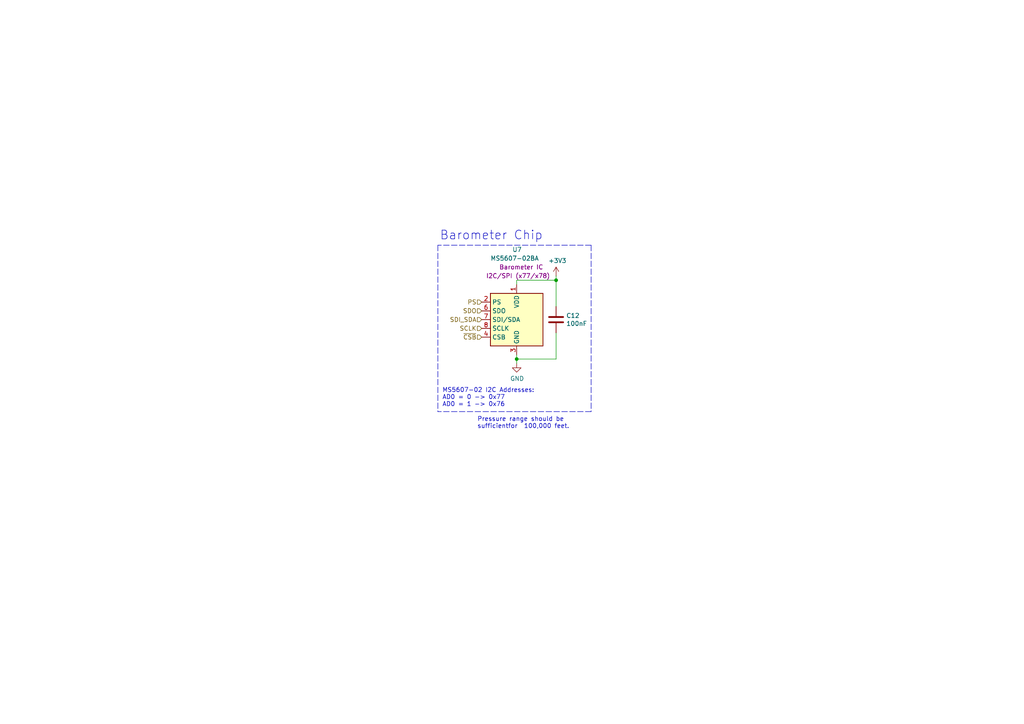
<source format=kicad_sch>
(kicad_sch (version 20211123) (generator eeschema)
  (paper "A4")
  (title_block (title "MS5607-02BA Barometer Chip") (date "2021-12-06") (rev "v1.0.4") (company "Missouri S&T Rocket Design Team '21 (Thomas Francois)") (comment 1 "https://github.com/MSTRocketDesignTeam/Avionics-Data-Collection-PCB") (comment 2 "Intended as initial pre-production design") (comment 3 "Schematic depicting logical connections between components"))
  (lib_symbols
    (symbol "Data_Collection_KiCAD_Project-rescue:+3.3V-power-Data_Collection_KiCAD_Project-rescue" (power) (pin_names (offset 0))
      (property "Value" "Data_Collection_KiCAD_Project-rescue_+3.3V-power-Data_Collection_KiCAD_Project-rescue" (at 0 3.556 0))
      (symbol "+3.3V-power-Data_Collection_KiCAD_Project-rescue_0_1"
        (polyline (pts (xy -0.762 1.27) (xy 0 2.54)))
        (polyline (pts (xy 0 0) (xy 0 2.54)))
        (polyline (pts (xy 0 2.54) (xy 0.762 1.27)))
      )
      (symbol "+3.3V-power-Data_Collection_KiCAD_Project-rescue_1_1"
        (pin power_in line (at 0 0 90) (length 0) hide (name "+3V3") (number "1"))
      )
    )
    (symbol "Data_Collection_KiCAD_Project-rescue:C-Device-Data_Collection_KiCAD_Project-rescue" (pin_numbers hide) (pin_names (offset 0.254))
      (property "Reference" "C" (at 0.635 2.54 0))
      (property "Value" "Data_Collection_KiCAD_Project-rescue_C-Device-Data_Collection_KiCAD_Project-rescue" (at 0.635 -2.54 0))
      (symbol "C-Device-Data_Collection_KiCAD_Project-rescue_0_1"
        (polyline (pts (xy -2.032 -0.762) (xy 2.032 -0.762)) (stroke (width 0.508)))
        (polyline (pts (xy -2.032 0.762) (xy 2.032 0.762)) (stroke (width 0.508)))
      )
      (symbol "C-Device-Data_Collection_KiCAD_Project-rescue_1_1"
        (pin passive line (at 0 3.81 270) (length 2.794) (name "~") (number "1"))
        (pin passive line (at 0 -3.81 90) (length 2.794) (name "~") (number "2"))
      )
    )
    (symbol "Data_Collection_KiCAD_Project-rescue:GND-power-Data_Collection_KiCAD_Project-rescue" (power) (pin_names (offset 0))
      (property "Value" "Data_Collection_KiCAD_Project-rescue_GND-power-Data_Collection_KiCAD_Project-rescue" (at 0 -3.81 0))
      (symbol "GND-power-Data_Collection_KiCAD_Project-rescue_0_1"
        (polyline (pts (xy 0 0) (xy 0 -1.27) (xy 1.27 -1.27) (xy 0 -2.54) (xy -1.27 -1.27) (xy 0 -1.27)))
      )
      (symbol "GND-power-Data_Collection_KiCAD_Project-rescue_1_1"
        (pin power_in line (at 0 0 270) (length 0) hide (name "GND") (number "1"))
      )
    )
    (symbol "Data_Collection_KiCAD_Project-rescue:MS5607-02BA-Sensor_Pressure-Data_Collection_KiCAD_Project-rescue"
      (property "Reference" "U" (at -6.35 8.89 0))
      (property "Value" "Data_Collection_KiCAD_Project-rescue_MS5607-02BA-Sensor_Pressure-Data_Collection_KiCAD_Project-rescue" (at 7.62 8.89 0))
      (symbol "MS5607-02BA-Sensor_Pressure-Data_Collection_KiCAD_Project-rescue_0_1"
        (rectangle (start -7.62 7.62) (end 7.62 -7.62) (stroke (width 0.254)) (fill (type background)))
      )
      (symbol "MS5607-02BA-Sensor_Pressure-Data_Collection_KiCAD_Project-rescue_1_1"
        (pin power_in line (at 0 10.16 270) (length 2.54) (name "VDD") (number "1"))
        (pin input line (at -10.16 5.08 0) (length 2.54) (name "PS") (number "2"))
        (pin power_in line (at 0 -10.16 90) (length 2.54) (name "GND") (number "3"))
        (pin input line (at -10.16 -5.08 0) (length 2.54) (name "CSB") (number "4"))
        (pin input line (at -10.16 -5.08 0) (length 2.54) hide (name "CSB") (number "5"))
        (pin output line (at -10.16 2.54 0) (length 2.54) (name "SDO") (number "6"))
        (pin bidirectional line (at -10.16 0 0) (length 2.54) (name "SDI/SDA") (number "7"))
        (pin input line (at -10.16 -2.54 0) (length 2.54) (name "SCLK") (number "8"))
      )
    )
  )
  (junction (at 161.29 81.28))
  (junction (at 149.86 104.14))
  (wire (pts (xy 149.86 81.28) (xy 161.29 81.28)))
  (wire (pts (xy 149.86 104.14) (xy 149.86 105.41)))
  (wire (pts (xy 161.29 81.28) (xy 161.29 80.01)))
  (wire (pts (xy 149.86 81.28) (xy 149.86 82.55)))
  (wire (pts (xy 161.29 81.28) (xy 161.29 88.9)))
  (polyline (pts (xy 127 71.12) (xy 127 119.38)))
  (polyline (pts (xy 171.45 71.12) (xy 127 71.12)))
  (polyline (pts (xy 171.45 71.12) (xy 171.45 119.38)))
  (polyline (pts (xy 171.45 119.38) (xy 127 119.38)))
  (wire (pts (xy 149.86 104.14) (xy 161.29 104.14)))
  (wire (pts (xy 149.86 102.87) (xy 149.86 104.14)))
  (wire (pts (xy 161.29 96.52) (xy 161.29 104.14)))
  (text "MS5607-02 I2C Addresses:\nAD0 = 0 -> 0x77\nAD0 = 1 -> 0x76" (at 128.27 118.11 0) (effects (font (size 1.27 1.27)) (justify left bottom)))
  (text "Barometer Chip" (at 157.48 69.85 180) (effects (font (size 2.54 2.54)) (justify right bottom)))
  (text "Pressure range should be \nsufficientfor ~{} 100,000 feet." (at 138.43 124.46 0) (effects (font (size 1.27 1.27)) (justify left bottom)))
  (hierarchical_label "SCLK" (shape input) (at 139.7 95.25 180))
  (hierarchical_label "SDO" (shape input) (at 139.7 90.17 180))
  (hierarchical_label "SDI_SDA" (shape input) (at 139.7 92.71 180))
  (hierarchical_label "PS" (shape input) (at 139.7 87.63 180))
  (hierarchical_label "~{CSB}" (shape input) (at 139.7 97.79 180))
  (symbol (lib_id "Data_Collection_KiCAD_Project-rescue:MS5607-02BA-Sensor_Pressure-Data_Collection_KiCAD_Project-rescue") (at 149.86 92.71 0) (unit 1)
    (property "Reference" "U7" (at 148.59 72.39 0) (effects (justify left)))
    (property "Value" "MS5607-02BA" (at 142.24 74.93 0) (effects (justify left)))
    (property "Footprint" "Package_LGA:LGA-8_3x5mm_P1.25mm" (effects hide))
    (property "Datasheet" "https://www.te.com/commerce/DocumentDelivery/DDEController?Action=showdoc&DocId=Data+Sheet%7FMS5607-02BA03%7FB2%7Fpdf%7FEnglish%7FENG_DS_MS5607-02BA03_B2.pdf%7FCAT-BLPS0035" (effects hide))
    (property "Description" "Barometer IC" (at 144.78 77.47 0) (effects (justify left)))
    (property "Serial Type" "I2C/SPI (x77/x78)" (at 140.97 80.01 0) (effects (justify left)))
  )
  (symbol (lib_id "Data_Collection_KiCAD_Project-rescue:+3.3V-power-Data_Collection_KiCAD_Project-rescue") (at 161.29 80.01 0) (unit 1)
    (property "Reference" "#PWR041" (effects hide))
    (property "Value" "+3.3V" (at 161.671 75.6158 0))
  )
  (symbol (lib_id "Data_Collection_KiCAD_Project-rescue:GND-power-Data_Collection_KiCAD_Project-rescue") (at 149.86 105.41 0) (unit 1)
    (property "Reference" "#PWR040" (effects hide))
    (property "Value" "GND" (at 149.987 109.8042 0))
  )
  (symbol (lib_id "Data_Collection_KiCAD_Project-rescue:C-Device-Data_Collection_KiCAD_Project-rescue") (at 161.29 92.71 0) (unit 1)
    (property "Reference" "C12" (at 164.211 91.5416 0) (effects (justify left)))
    (property "Value" "100nF" (at 164.211 93.853 0) (effects (justify left)))
    (property "Footprint" "Capacitor_SMD:C_0201_0603Metric" (effects hide))
  )
)
</source>
